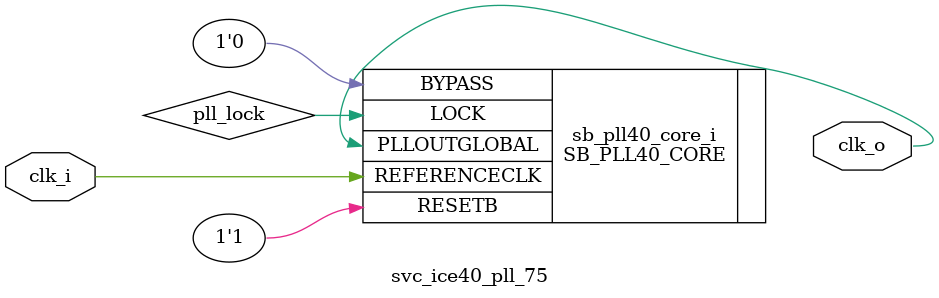
<source format=sv>
`ifndef SVC_ICE40_PLL_75_SV
`define SVC_ICE40_PLL_75_SV

`include "svc.sv"

`define PLL_DIVR (4'd0)
`define PLL_DIVF (7'd5)
`define PLL_DIVQ (3'd3)
`define PLL_FILTER_RANGE (3'd5)

module svc_ice40_pll_75 (
    input  logic clk_i,
    output logic clk_o
);
`ifndef VERILATOR
  logic pll_lock;

  SB_PLL40_CORE #(
      .FEEDBACK_PATH("SIMPLE"),
      .DIVR         (`PLL_DIVR),
      .DIVF         (`PLL_DIVF),
      .DIVQ         (`PLL_DIVQ),
      .FILTER_RANGE (`PLL_FILTER_RANGE)
  ) sb_pll40_core_i (
      .LOCK        (pll_lock),
      .RESETB      (1'b1),
      .BYPASS      (1'b0),
      .REFERENCECLK(clk_i),
      .PLLOUTGLOBAL(clk_o)
  );
`endif

endmodule
// verilator lint_on UNUSEDSIGNAL
// verilator lint_on UNDRIVEN

`endif

</source>
